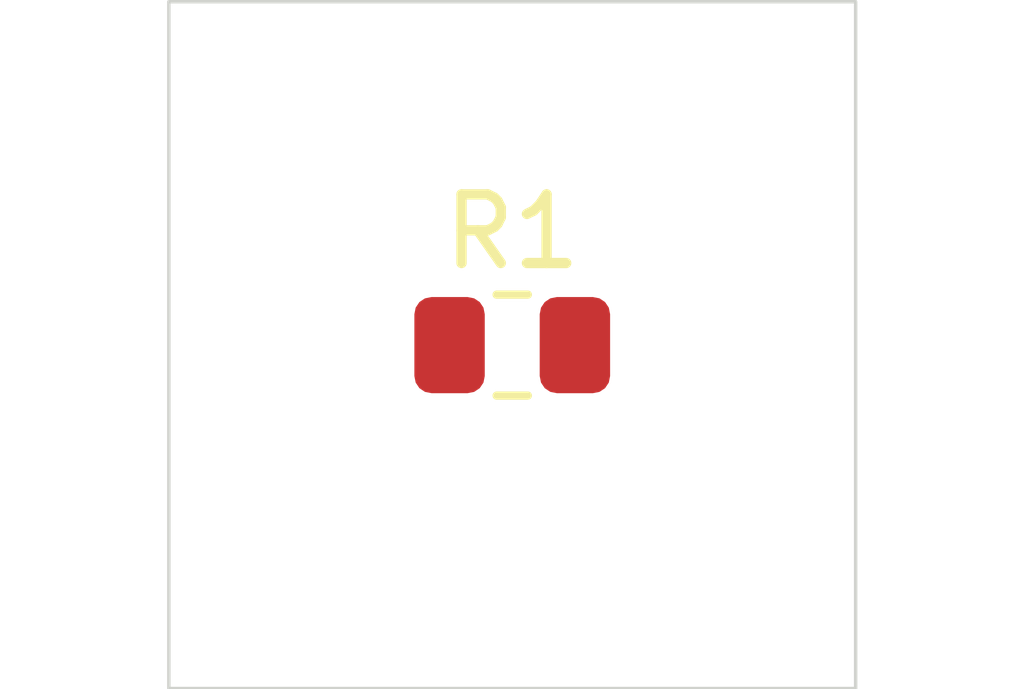
<source format=kicad_pcb>
(kicad_pcb (version 20241229) (generator "pcbnew") (generator_version "9.0")
  (layers (0 "F.Cu" signal) (2 "B.Cu" signal) (13 "F.Paste" user) (15 "B.Paste" user) (5 "F.SilkS" user "F.Silkscreen") (7 "B.SilkS" user "B.Silkscreen") (1 "F.Mask" user) (3 "B.Mask" user) (25 "Edge.Cuts" user))
  (net 0 "")
  (footprint "mlib:R" (layer "F.Cu") (at 135 95)
    (property "Reference" "R1" (at 0 -1.65 0) (layer "F.SilkS"))
    (property "Value" "R_0805_2012Metric")
    (fp_line (start -0.227064 -0.735) (end 0.227064 -0.735) (stroke (width 0.12)) (layer "F.SilkS"))
    (fp_line (start -0.227064 0.735) (end 0.227064 0.735) (stroke (width 0.12)) (layer "F.SilkS"))
    (pad "1" smd roundrect (at -0.9125 0) (size 1.025 1.4) (layers "F.Cu" "F.Mask" "F.Paste") (roundrect_rratio 0.243902))
    (pad "2" smd roundrect (at 0.9125 0) (size 1.025 1.4) (layers "F.Cu" "F.Mask" "F.Paste") (roundrect_rratio 0.243902))
  )
  (gr_rect (start 130 90) (end 140 100) (stroke (width 0.05)) (fill no) (layer "Edge.Cuts"))
)
</source>
